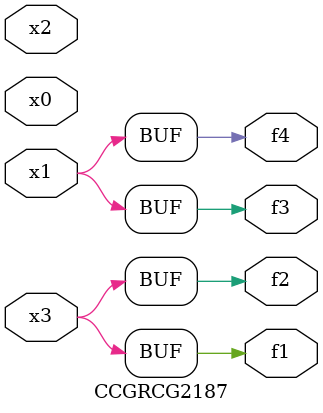
<source format=v>
module CCGRCG2187(
	input x0, x1, x2, x3,
	output f1, f2, f3, f4
);
	assign f1 = x3;
	assign f2 = x3;
	assign f3 = x1;
	assign f4 = x1;
endmodule

</source>
